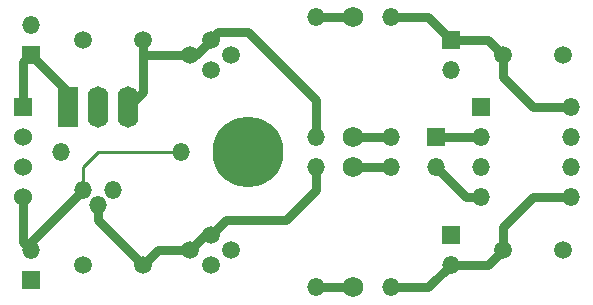
<source format=gtl>
G04 (created by PCBNEW (2013-07-07 BZR 4022)-stable) date 8/2/2014 11:42:44 PM*
%MOIN*%
G04 Gerber Fmt 3.4, Leading zero omitted, Abs format*
%FSLAX34Y34*%
G01*
G70*
G90*
G04 APERTURE LIST*
%ADD10C,0.00590551*%
%ADD11O,0.059X0.059*%
%ADD12R,0.069X0.138*%
%ADD13O,0.069X0.138*%
%ADD14R,0.06X0.06*%
%ADD15C,0.06*%
%ADD16C,0.059*%
%ADD17C,0.069*%
%ADD18R,0.059X0.059*%
%ADD19C,0.23622*%
%ADD20C,0.03*%
%ADD21C,0.01*%
G04 APERTURE END LIST*
G54D10*
G54D11*
X68500Y-59750D03*
X68000Y-60250D03*
X67500Y-59750D03*
G54D12*
X67000Y-57000D03*
G54D13*
X68000Y-57000D03*
X69000Y-57000D03*
G54D11*
X70750Y-58500D03*
X66750Y-58500D03*
X77750Y-58000D03*
X77750Y-54000D03*
X75250Y-58000D03*
X75250Y-54000D03*
X77750Y-63000D03*
X77750Y-59000D03*
X75250Y-63000D03*
X75250Y-59000D03*
G54D14*
X65500Y-57000D03*
G54D15*
X65500Y-58000D03*
X65500Y-59000D03*
X65500Y-60000D03*
G54D16*
X71750Y-61257D03*
X72438Y-61750D03*
X71061Y-61750D03*
X71750Y-62242D03*
X71750Y-55742D03*
X71061Y-55250D03*
X72438Y-55250D03*
X71750Y-54757D03*
G54D17*
X76500Y-59000D03*
X76500Y-63000D03*
X76500Y-54000D03*
X76500Y-58000D03*
G54D18*
X65750Y-62750D03*
G54D11*
X65750Y-61750D03*
G54D18*
X79750Y-61250D03*
G54D11*
X79750Y-62250D03*
G54D18*
X79750Y-54750D03*
G54D11*
X79750Y-55750D03*
G54D18*
X79250Y-58000D03*
G54D11*
X79250Y-59000D03*
G54D18*
X65750Y-55250D03*
G54D11*
X65750Y-54250D03*
G54D18*
X80750Y-57000D03*
G54D11*
X80750Y-58000D03*
X80750Y-59000D03*
X80750Y-60000D03*
X83750Y-60000D03*
X83750Y-59000D03*
X83750Y-57000D03*
X83750Y-58000D03*
G54D16*
X67500Y-62250D03*
X69500Y-62250D03*
X83500Y-61750D03*
X81500Y-61750D03*
X69500Y-54750D03*
X67500Y-54750D03*
X81500Y-55250D03*
X83500Y-55250D03*
G54D19*
X73000Y-58500D03*
G54D20*
X65500Y-57000D02*
X65500Y-55500D01*
X65500Y-55500D02*
X65750Y-55250D01*
X65750Y-55250D02*
X67000Y-56500D01*
X67000Y-56500D02*
X67000Y-57000D01*
G54D21*
X67500Y-59750D02*
X67500Y-59000D01*
X68000Y-58500D02*
X70750Y-58500D01*
X67500Y-59000D02*
X68000Y-58500D01*
G54D20*
X65500Y-60000D02*
X65500Y-61500D01*
X65500Y-61500D02*
X65750Y-61750D01*
X67500Y-59750D02*
X65750Y-61500D01*
X65750Y-61500D02*
X65750Y-61750D01*
X75250Y-54000D02*
X76500Y-54000D01*
X81500Y-55250D02*
X81500Y-56000D01*
X82500Y-57000D02*
X83750Y-57000D01*
X81500Y-56000D02*
X82500Y-57000D01*
X79750Y-54750D02*
X81000Y-54750D01*
X81000Y-54750D02*
X81500Y-55250D01*
X77750Y-54000D02*
X79000Y-54000D01*
X79000Y-54000D02*
X79750Y-54750D01*
X68000Y-60250D02*
X68000Y-60750D01*
X68000Y-60750D02*
X69500Y-62250D01*
X69500Y-62250D02*
X70000Y-61750D01*
X70000Y-61750D02*
X71061Y-61750D01*
X71750Y-61257D02*
X71553Y-61257D01*
X71553Y-61257D02*
X71061Y-61750D01*
X75250Y-59000D02*
X75250Y-59750D01*
X72257Y-60750D02*
X71750Y-61257D01*
X74250Y-60750D02*
X72257Y-60750D01*
X75250Y-59750D02*
X74250Y-60750D01*
X75250Y-63000D02*
X76500Y-63000D01*
X79750Y-62250D02*
X79000Y-63000D01*
X79000Y-63000D02*
X77750Y-63000D01*
X81500Y-61750D02*
X81000Y-62250D01*
X81000Y-62250D02*
X79750Y-62250D01*
X83750Y-60000D02*
X82500Y-60000D01*
X81500Y-61000D02*
X81500Y-61750D01*
X82500Y-60000D02*
X81500Y-61000D01*
X76500Y-58000D02*
X77750Y-58000D01*
X76500Y-59000D02*
X77750Y-59000D01*
X75250Y-58000D02*
X75250Y-56750D01*
X72007Y-54500D02*
X71750Y-54757D01*
X73000Y-54500D02*
X72007Y-54500D01*
X75250Y-56750D02*
X73000Y-54500D01*
X71061Y-55250D02*
X71257Y-55250D01*
X71257Y-55250D02*
X71750Y-54757D01*
X71061Y-55250D02*
X69500Y-55250D01*
X69500Y-54750D02*
X69500Y-55250D01*
X69500Y-55250D02*
X69500Y-56500D01*
X69500Y-56500D02*
X69000Y-57000D01*
X79250Y-59000D02*
X80250Y-60000D01*
X80250Y-60000D02*
X80750Y-60000D01*
X79250Y-58000D02*
X80750Y-58000D01*
M02*

</source>
